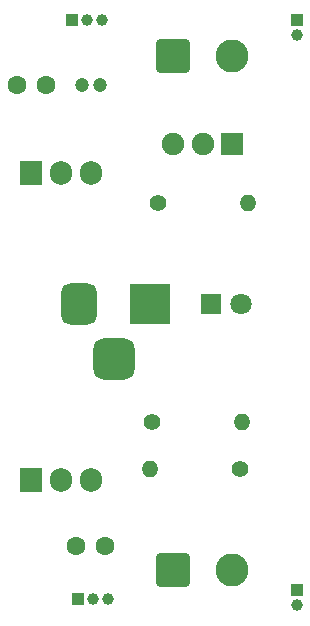
<source format=gbr>
%TF.GenerationSoftware,KiCad,Pcbnew,9.0.1*%
%TF.CreationDate,2025-05-11T23:30:36+05:30*%
%TF.ProjectId,Breadboard Power Supply,42726561-6462-46f6-9172-6420506f7765,1*%
%TF.SameCoordinates,Original*%
%TF.FileFunction,Soldermask,Top*%
%TF.FilePolarity,Negative*%
%FSLAX46Y46*%
G04 Gerber Fmt 4.6, Leading zero omitted, Abs format (unit mm)*
G04 Created by KiCad (PCBNEW 9.0.1) date 2025-05-11 23:30:36*
%MOMM*%
%LPD*%
G01*
G04 APERTURE LIST*
G04 Aperture macros list*
%AMRoundRect*
0 Rectangle with rounded corners*
0 $1 Rounding radius*
0 $2 $3 $4 $5 $6 $7 $8 $9 X,Y pos of 4 corners*
0 Add a 4 corners polygon primitive as box body*
4,1,4,$2,$3,$4,$5,$6,$7,$8,$9,$2,$3,0*
0 Add four circle primitives for the rounded corners*
1,1,$1+$1,$2,$3*
1,1,$1+$1,$4,$5*
1,1,$1+$1,$6,$7*
1,1,$1+$1,$8,$9*
0 Add four rect primitives between the rounded corners*
20,1,$1+$1,$2,$3,$4,$5,0*
20,1,$1+$1,$4,$5,$6,$7,0*
20,1,$1+$1,$6,$7,$8,$9,0*
20,1,$1+$1,$8,$9,$2,$3,0*%
G04 Aperture macros list end*
%ADD10R,1.905000X2.000000*%
%ADD11O,1.905000X2.000000*%
%ADD12R,1.900000X1.900000*%
%ADD13C,1.900000*%
%ADD14C,1.400000*%
%ADD15O,1.400000X1.400000*%
%ADD16RoundRect,0.250001X-1.149999X-1.149999X1.149999X-1.149999X1.149999X1.149999X-1.149999X1.149999X0*%
%ADD17C,2.800000*%
%ADD18R,1.000000X1.000000*%
%ADD19C,1.000000*%
%ADD20R,3.500000X3.500000*%
%ADD21RoundRect,0.750000X-0.750000X-1.000000X0.750000X-1.000000X0.750000X1.000000X-0.750000X1.000000X0*%
%ADD22RoundRect,0.875000X-0.875000X-0.875000X0.875000X-0.875000X0.875000X0.875000X-0.875000X0.875000X0*%
%ADD23R,1.800000X1.800000*%
%ADD24C,1.800000*%
%ADD25C,1.600000*%
%ADD26C,1.200000*%
G04 APERTURE END LIST*
D10*
%TO.C,U2*%
X120420000Y-105445000D03*
D11*
X122960000Y-105445000D03*
X125500000Y-105445000D03*
%TD*%
D10*
%TO.C,U1*%
X120420000Y-79445000D03*
D11*
X122960000Y-79445000D03*
X125500000Y-79445000D03*
%TD*%
D12*
%TO.C,S1*%
X137500000Y-77000000D03*
D13*
X135000000Y-77000000D03*
X132500000Y-77000000D03*
%TD*%
D14*
%TO.C,R3*%
X130690000Y-100500000D03*
D15*
X138310000Y-100500000D03*
%TD*%
D14*
%TO.C,R2*%
X138120000Y-104500000D03*
D15*
X130500000Y-104500000D03*
%TD*%
D14*
%TO.C,R1*%
X131190000Y-82000000D03*
D15*
X138810000Y-82000000D03*
%TD*%
D16*
%TO.C,J7*%
X132500000Y-113000000D03*
D17*
X137500000Y-113000000D03*
%TD*%
D18*
%TO.C,J6*%
X124460000Y-115500000D03*
D19*
X125730000Y-115500000D03*
X127000000Y-115500000D03*
%TD*%
D18*
%TO.C,J5*%
X123960000Y-66500000D03*
D19*
X125230000Y-66500000D03*
X126500000Y-66500000D03*
%TD*%
D18*
%TO.C,J4*%
X143000000Y-66500000D03*
D19*
X143000000Y-67770000D03*
%TD*%
D18*
%TO.C,J3*%
X143000000Y-114750000D03*
D19*
X143000000Y-116020000D03*
%TD*%
D16*
%TO.C,J2*%
X132500000Y-69500000D03*
D17*
X137500000Y-69500000D03*
%TD*%
D20*
%TO.C,J1*%
X130500000Y-90500000D03*
D21*
X124500000Y-90500000D03*
D22*
X127500000Y-95200000D03*
%TD*%
D23*
%TO.C,D1*%
X135730000Y-90500000D03*
D24*
X138270000Y-90500000D03*
%TD*%
D25*
%TO.C,C3*%
X119250000Y-72000000D03*
X121750000Y-72000000D03*
%TD*%
%TO.C,C2*%
X126750000Y-111000000D03*
X124250000Y-111000000D03*
%TD*%
D26*
%TO.C,C1*%
X124750000Y-72000000D03*
X126250000Y-72000000D03*
%TD*%
M02*

</source>
